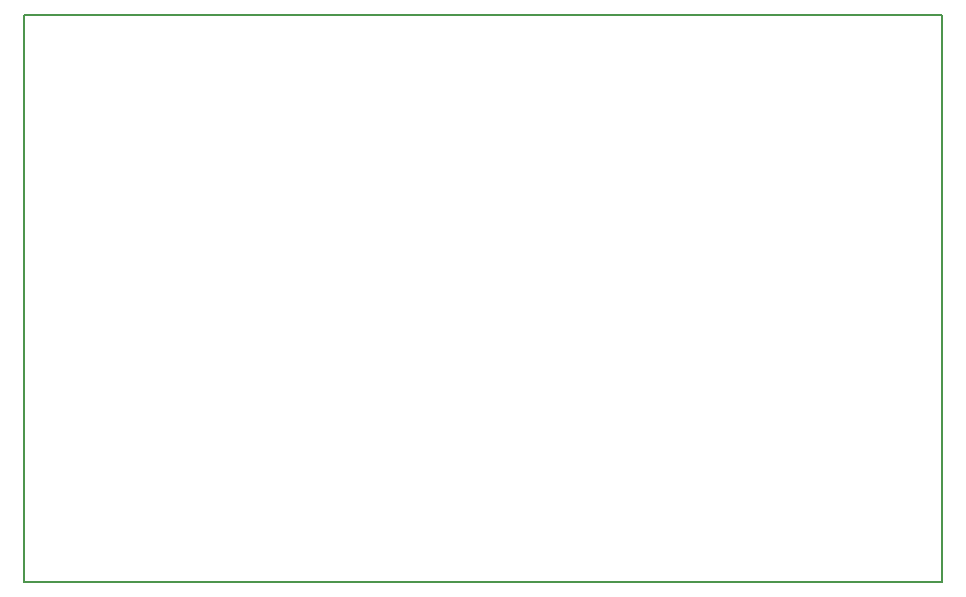
<source format=gbr>
G04 #@! TF.GenerationSoftware,KiCad,Pcbnew,5.1.5-52549c5~84~ubuntu18.04.1*
G04 #@! TF.CreationDate,2020-04-08T12:20:09+02:00*
G04 #@! TF.ProjectId,ltl,6c746c2e-6b69-4636-9164-5f7063625858,rev?*
G04 #@! TF.SameCoordinates,Original*
G04 #@! TF.FileFunction,Profile,NP*
%FSLAX46Y46*%
G04 Gerber Fmt 4.6, Leading zero omitted, Abs format (unit mm)*
G04 Created by KiCad (PCBNEW 5.1.5-52549c5~84~ubuntu18.04.1) date 2020-04-08 12:20:09*
%MOMM*%
%LPD*%
G04 APERTURE LIST*
%ADD10C,0.150000*%
G04 APERTURE END LIST*
D10*
X86106000Y-138938000D02*
X163830000Y-138938000D01*
X163830000Y-90932000D02*
X86106000Y-90932000D01*
X163830000Y-138938000D02*
X163830000Y-90932000D01*
X86106000Y-138938000D02*
X86106000Y-90932000D01*
M02*

</source>
